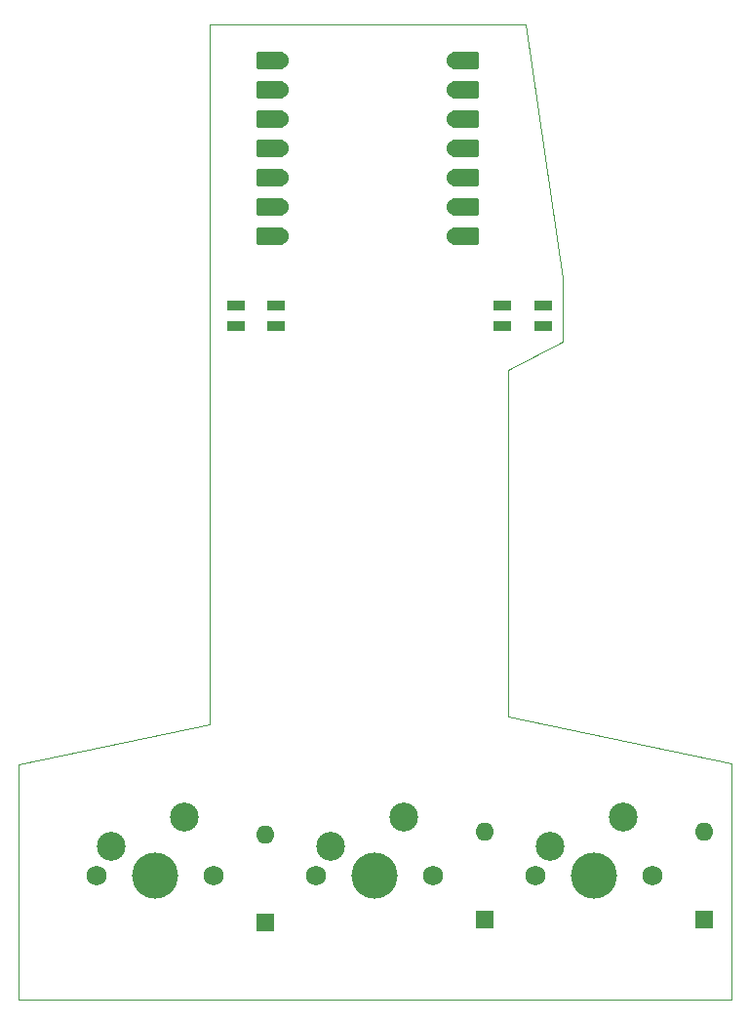
<source format=gts>
G04 #@! TF.GenerationSoftware,KiCad,Pcbnew,9.0.2*
G04 #@! TF.CreationDate,2025-07-01T11:42:46-07:00*
G04 #@! TF.ProjectId,osu_keypad,6f73755f-6b65-4797-9061-642e6b696361,rev?*
G04 #@! TF.SameCoordinates,Original*
G04 #@! TF.FileFunction,Soldermask,Top*
G04 #@! TF.FilePolarity,Negative*
%FSLAX46Y46*%
G04 Gerber Fmt 4.6, Leading zero omitted, Abs format (unit mm)*
G04 Created by KiCad (PCBNEW 9.0.2) date 2025-07-01 11:42:46*
%MOMM*%
%LPD*%
G01*
G04 APERTURE LIST*
G04 Aperture macros list*
%AMRoundRect*
0 Rectangle with rounded corners*
0 $1 Rounding radius*
0 $2 $3 $4 $5 $6 $7 $8 $9 X,Y pos of 4 corners*
0 Add a 4 corners polygon primitive as box body*
4,1,4,$2,$3,$4,$5,$6,$7,$8,$9,$2,$3,0*
0 Add four circle primitives for the rounded corners*
1,1,$1+$1,$2,$3*
1,1,$1+$1,$4,$5*
1,1,$1+$1,$6,$7*
1,1,$1+$1,$8,$9*
0 Add four rect primitives between the rounded corners*
20,1,$1+$1,$2,$3,$4,$5,0*
20,1,$1+$1,$4,$5,$6,$7,0*
20,1,$1+$1,$6,$7,$8,$9,0*
20,1,$1+$1,$8,$9,$2,$3,0*%
G04 Aperture macros list end*
%ADD10RoundRect,0.152400X1.063600X0.609600X-1.063600X0.609600X-1.063600X-0.609600X1.063600X-0.609600X0*%
%ADD11C,1.524000*%
%ADD12RoundRect,0.152400X-1.063600X-0.609600X1.063600X-0.609600X1.063600X0.609600X-1.063600X0.609600X0*%
%ADD13C,1.750000*%
%ADD14C,4.000000*%
%ADD15C,2.500000*%
%ADD16R,1.600000X0.850000*%
%ADD17R,1.600000X1.600000*%
%ADD18O,1.600000X1.600000*%
G04 #@! TA.AperFunction,Profile*
%ADD19C,0.050000*%
G04 #@! TD*
G04 APERTURE END LIST*
D10*
X108815000Y-68580000D03*
D11*
X109650000Y-68580000D03*
D10*
X108815000Y-71120000D03*
D11*
X109650000Y-71120000D03*
D10*
X108815000Y-73660000D03*
D11*
X109650000Y-73660000D03*
D10*
X108815000Y-76200000D03*
D11*
X109650000Y-76200000D03*
D10*
X108815000Y-78740000D03*
D11*
X109650000Y-78740000D03*
D10*
X108815000Y-81280000D03*
D11*
X109650000Y-81280000D03*
D10*
X108815000Y-83820000D03*
D11*
X109650000Y-83820000D03*
X124890000Y-83820000D03*
D12*
X125725000Y-83820000D03*
D11*
X124890000Y-81280000D03*
D12*
X125725000Y-81280000D03*
D11*
X124890000Y-78740000D03*
D12*
X125725000Y-78740000D03*
D11*
X124890000Y-76200000D03*
D12*
X125725000Y-76200000D03*
D11*
X124890000Y-73660000D03*
D12*
X125725000Y-73660000D03*
D11*
X124890000Y-71120000D03*
D12*
X125725000Y-71120000D03*
D11*
X124890000Y-68580000D03*
D12*
X125725000Y-68580000D03*
D13*
X131841875Y-139303125D03*
D14*
X136921875Y-139303125D03*
D13*
X142001875Y-139303125D03*
D15*
X133111875Y-136763125D03*
X139461875Y-134223125D03*
D16*
X128975000Y-89850000D03*
X128975000Y-91600000D03*
X132475000Y-91600000D03*
X132475000Y-89850000D03*
D13*
X93741875Y-139303125D03*
D14*
X98821875Y-139303125D03*
D13*
X103901875Y-139303125D03*
D15*
X95011875Y-136763125D03*
X101361875Y-134223125D03*
D13*
X112791875Y-139303125D03*
D14*
X117871875Y-139303125D03*
D13*
X122951875Y-139303125D03*
D15*
X114061875Y-136763125D03*
X120411875Y-134223125D03*
D17*
X146446875Y-143113125D03*
D18*
X146446875Y-135493125D03*
D17*
X127396875Y-143113125D03*
D18*
X127396875Y-135493125D03*
D17*
X108346875Y-143351250D03*
D18*
X108346875Y-135731250D03*
D16*
X105796875Y-89850000D03*
X105796875Y-91600000D03*
X109296875Y-91600000D03*
X109296875Y-89850000D03*
D19*
X129425000Y-95405000D02*
X134165000Y-92945000D01*
X103584375Y-65484375D02*
X103584375Y-126206250D01*
X129435000Y-125465000D02*
X129425000Y-95405000D01*
X86915625Y-150018750D02*
X148828125Y-150018750D01*
X134165000Y-87495000D02*
X130968750Y-65484375D01*
X86925000Y-129625000D02*
X103584375Y-126206250D01*
X148828125Y-150018750D02*
X148828125Y-129525000D01*
X86915625Y-150018750D02*
X86925000Y-129625000D01*
X134165000Y-92945000D02*
X134165000Y-87495000D01*
X130968750Y-65484375D02*
X103584375Y-65484375D01*
X148828125Y-129525000D02*
X129435000Y-125465000D01*
M02*

</source>
